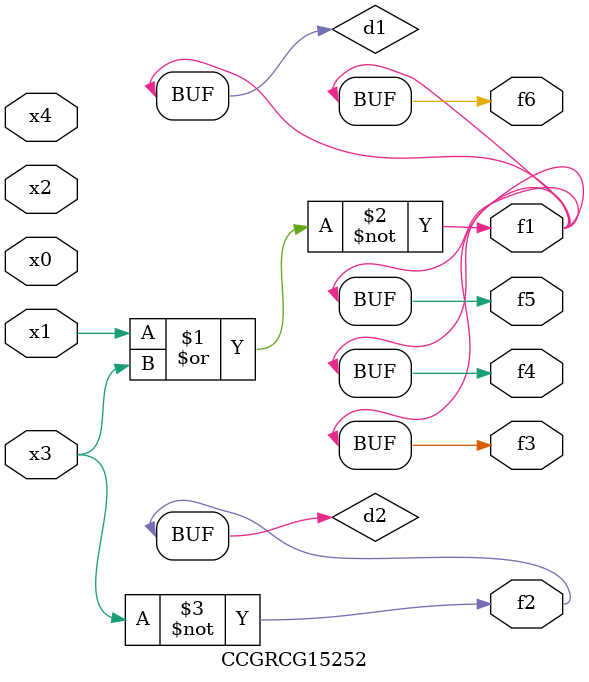
<source format=v>
module CCGRCG15252(
	input x0, x1, x2, x3, x4,
	output f1, f2, f3, f4, f5, f6
);

	wire d1, d2;

	nor (d1, x1, x3);
	not (d2, x3);
	assign f1 = d1;
	assign f2 = d2;
	assign f3 = d1;
	assign f4 = d1;
	assign f5 = d1;
	assign f6 = d1;
endmodule

</source>
